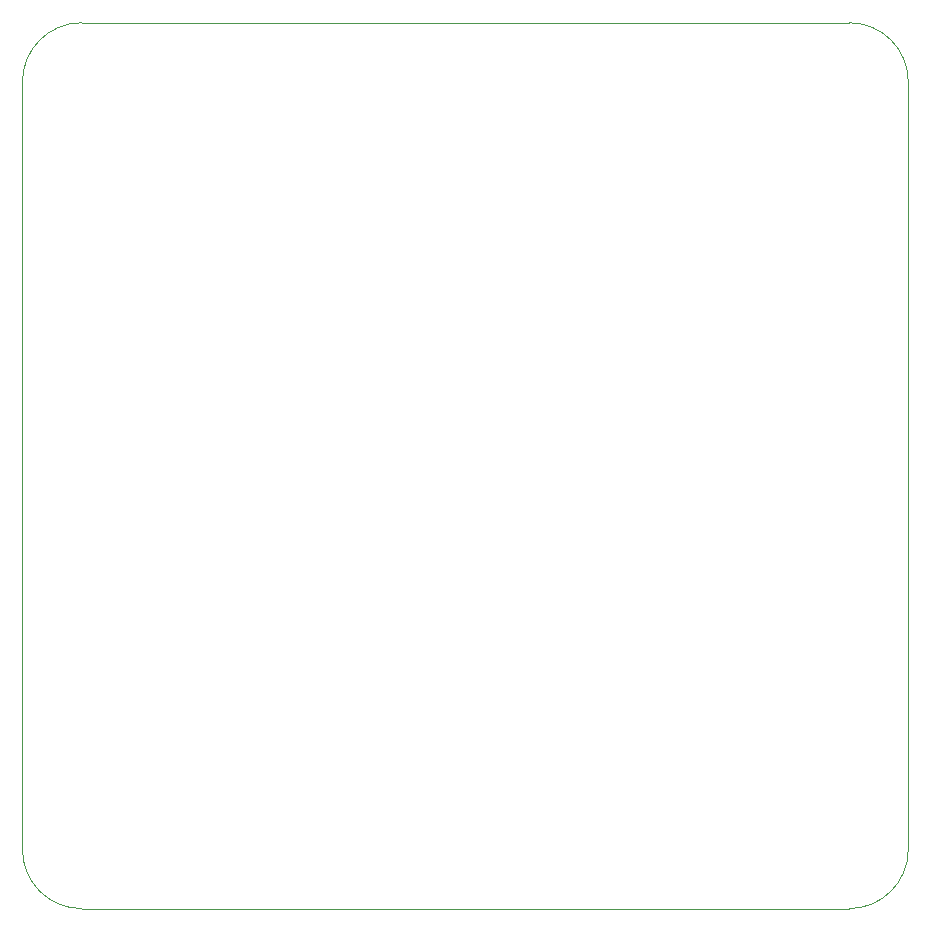
<source format=gbr>
G04 #@! TF.GenerationSoftware,KiCad,Pcbnew,(5.1.4)-1*
G04 #@! TF.CreationDate,2020-03-13T16:18:46-07:00*
G04 #@! TF.ProjectId,stm32F042cXt6_demo,73746d33-3246-4303-9432-635874365f64,rev?*
G04 #@! TF.SameCoordinates,Original*
G04 #@! TF.FileFunction,Profile,NP*
%FSLAX46Y46*%
G04 Gerber Fmt 4.6, Leading zero omitted, Abs format (unit mm)*
G04 Created by KiCad (PCBNEW (5.1.4)-1) date 2020-03-13 16:18:46*
%MOMM*%
%LPD*%
G04 APERTURE LIST*
%ADD10C,0.050000*%
G04 APERTURE END LIST*
D10*
X100000000Y-100000000D02*
X35000000Y-100000000D01*
X30000000Y-30000000D02*
X30000000Y-95000000D01*
X100000000Y-25000000D02*
X35000000Y-25000000D01*
X105000000Y-95000000D02*
X105000000Y-30000000D01*
X35000000Y-100000000D02*
G75*
G02X30000000Y-95000000I0J5000000D01*
G01*
X105000000Y-95000000D02*
G75*
G02X100000000Y-100000000I-5000000J0D01*
G01*
X100000000Y-25000000D02*
G75*
G02X105000000Y-30000000I0J-5000000D01*
G01*
X30000000Y-30000000D02*
G75*
G02X35000000Y-25000000I5000000J0D01*
G01*
M02*

</source>
